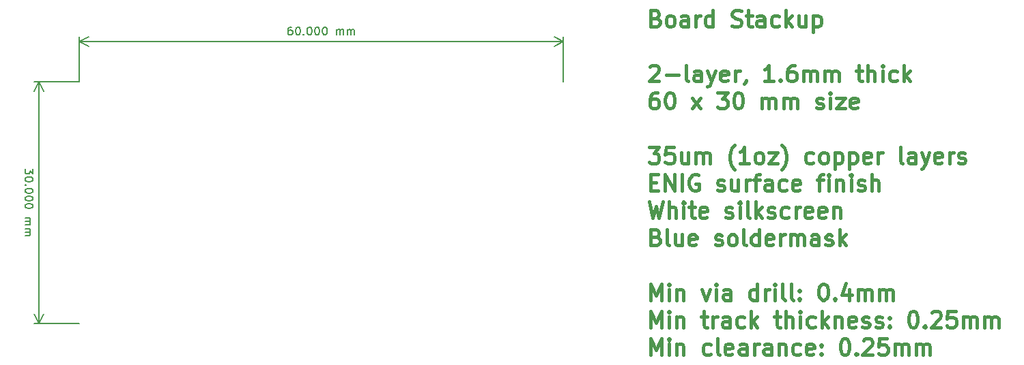
<source format=gbr>
G04 #@! TF.GenerationSoftware,KiCad,Pcbnew,(5.1.0-0)*
G04 #@! TF.CreationDate,2019-05-28T11:35:41+09:30*
G04 #@! TF.ProjectId,triax-loadwing,74726961-782d-46c6-9f61-6477696e672e,V1.0*
G04 #@! TF.SameCoordinates,Original*
G04 #@! TF.FileFunction,Other,Comment*
%FSLAX46Y46*%
G04 Gerber Fmt 4.6, Leading zero omitted, Abs format (unit mm)*
G04 Created by KiCad (PCBNEW (5.1.0-0)) date 2019-05-28 11:35:41*
%MOMM*%
%LPD*%
G04 APERTURE LIST*
%ADD10C,0.150000*%
%ADD11C,0.400000*%
G04 APERTURE END LIST*
D10*
X129247620Y-70809523D02*
X129247620Y-71428571D01*
X128866667Y-71095238D01*
X128866667Y-71238095D01*
X128819048Y-71333333D01*
X128771429Y-71380952D01*
X128676191Y-71428571D01*
X128438096Y-71428571D01*
X128342858Y-71380952D01*
X128295239Y-71333333D01*
X128247620Y-71238095D01*
X128247620Y-70952380D01*
X128295239Y-70857142D01*
X128342858Y-70809523D01*
X129247620Y-72047619D02*
X129247620Y-72142857D01*
X129200001Y-72238095D01*
X129152381Y-72285714D01*
X129057143Y-72333333D01*
X128866667Y-72380952D01*
X128628572Y-72380952D01*
X128438096Y-72333333D01*
X128342858Y-72285714D01*
X128295239Y-72238095D01*
X128247620Y-72142857D01*
X128247620Y-72047619D01*
X128295239Y-71952380D01*
X128342858Y-71904761D01*
X128438096Y-71857142D01*
X128628572Y-71809523D01*
X128866667Y-71809523D01*
X129057143Y-71857142D01*
X129152381Y-71904761D01*
X129200001Y-71952380D01*
X129247620Y-72047619D01*
X128342858Y-72809523D02*
X128295239Y-72857142D01*
X128247620Y-72809523D01*
X128295239Y-72761904D01*
X128342858Y-72809523D01*
X128247620Y-72809523D01*
X129247620Y-73476190D02*
X129247620Y-73571428D01*
X129200001Y-73666666D01*
X129152381Y-73714285D01*
X129057143Y-73761904D01*
X128866667Y-73809523D01*
X128628572Y-73809523D01*
X128438096Y-73761904D01*
X128342858Y-73714285D01*
X128295239Y-73666666D01*
X128247620Y-73571428D01*
X128247620Y-73476190D01*
X128295239Y-73380952D01*
X128342858Y-73333333D01*
X128438096Y-73285714D01*
X128628572Y-73238095D01*
X128866667Y-73238095D01*
X129057143Y-73285714D01*
X129152381Y-73333333D01*
X129200001Y-73380952D01*
X129247620Y-73476190D01*
X129247620Y-74428571D02*
X129247620Y-74523809D01*
X129200001Y-74619047D01*
X129152381Y-74666666D01*
X129057143Y-74714285D01*
X128866667Y-74761904D01*
X128628572Y-74761904D01*
X128438096Y-74714285D01*
X128342858Y-74666666D01*
X128295239Y-74619047D01*
X128247620Y-74523809D01*
X128247620Y-74428571D01*
X128295239Y-74333333D01*
X128342858Y-74285714D01*
X128438096Y-74238095D01*
X128628572Y-74190476D01*
X128866667Y-74190476D01*
X129057143Y-74238095D01*
X129152381Y-74285714D01*
X129200001Y-74333333D01*
X129247620Y-74428571D01*
X129247620Y-75380952D02*
X129247620Y-75476190D01*
X129200001Y-75571428D01*
X129152381Y-75619047D01*
X129057143Y-75666666D01*
X128866667Y-75714285D01*
X128628572Y-75714285D01*
X128438096Y-75666666D01*
X128342858Y-75619047D01*
X128295239Y-75571428D01*
X128247620Y-75476190D01*
X128247620Y-75380952D01*
X128295239Y-75285714D01*
X128342858Y-75238095D01*
X128438096Y-75190476D01*
X128628572Y-75142857D01*
X128866667Y-75142857D01*
X129057143Y-75190476D01*
X129152381Y-75238095D01*
X129200001Y-75285714D01*
X129247620Y-75380952D01*
X128247620Y-76904761D02*
X128914286Y-76904761D01*
X128819048Y-76904761D02*
X128866667Y-76952380D01*
X128914286Y-77047619D01*
X128914286Y-77190476D01*
X128866667Y-77285714D01*
X128771429Y-77333333D01*
X128247620Y-77333333D01*
X128771429Y-77333333D02*
X128866667Y-77380952D01*
X128914286Y-77476190D01*
X128914286Y-77619047D01*
X128866667Y-77714285D01*
X128771429Y-77761904D01*
X128247620Y-77761904D01*
X128247620Y-78238095D02*
X128914286Y-78238095D01*
X128819048Y-78238095D02*
X128866667Y-78285714D01*
X128914286Y-78380952D01*
X128914286Y-78523809D01*
X128866667Y-78619047D01*
X128771429Y-78666666D01*
X128247620Y-78666666D01*
X128771429Y-78666666D02*
X128866667Y-78714285D01*
X128914286Y-78809523D01*
X128914286Y-78952380D01*
X128866667Y-79047619D01*
X128771429Y-79095238D01*
X128247620Y-79095238D01*
X130000001Y-60000000D02*
X130000001Y-90000000D01*
X135000000Y-60000000D02*
X129413580Y-60000000D01*
X135000000Y-90000000D02*
X129413580Y-90000000D01*
X130000001Y-90000000D02*
X129413580Y-88873496D01*
X130000001Y-90000000D02*
X130586422Y-88873496D01*
X130000001Y-60000000D02*
X129413580Y-61126504D01*
X130000001Y-60000000D02*
X130586422Y-61126504D01*
X161333333Y-53152380D02*
X161142857Y-53152380D01*
X161047619Y-53200000D01*
X161000000Y-53247619D01*
X160904761Y-53390476D01*
X160857142Y-53580952D01*
X160857142Y-53961904D01*
X160904761Y-54057142D01*
X160952380Y-54104761D01*
X161047619Y-54152380D01*
X161238095Y-54152380D01*
X161333333Y-54104761D01*
X161380952Y-54057142D01*
X161428571Y-53961904D01*
X161428571Y-53723809D01*
X161380952Y-53628571D01*
X161333333Y-53580952D01*
X161238095Y-53533333D01*
X161047619Y-53533333D01*
X160952380Y-53580952D01*
X160904761Y-53628571D01*
X160857142Y-53723809D01*
X162047619Y-53152380D02*
X162142857Y-53152380D01*
X162238095Y-53200000D01*
X162285714Y-53247619D01*
X162333333Y-53342857D01*
X162380952Y-53533333D01*
X162380952Y-53771428D01*
X162333333Y-53961904D01*
X162285714Y-54057142D01*
X162238095Y-54104761D01*
X162142857Y-54152380D01*
X162047619Y-54152380D01*
X161952380Y-54104761D01*
X161904761Y-54057142D01*
X161857142Y-53961904D01*
X161809523Y-53771428D01*
X161809523Y-53533333D01*
X161857142Y-53342857D01*
X161904761Y-53247619D01*
X161952380Y-53200000D01*
X162047619Y-53152380D01*
X162809523Y-54057142D02*
X162857142Y-54104761D01*
X162809523Y-54152380D01*
X162761904Y-54104761D01*
X162809523Y-54057142D01*
X162809523Y-54152380D01*
X163476190Y-53152380D02*
X163571428Y-53152380D01*
X163666666Y-53200000D01*
X163714285Y-53247619D01*
X163761904Y-53342857D01*
X163809523Y-53533333D01*
X163809523Y-53771428D01*
X163761904Y-53961904D01*
X163714285Y-54057142D01*
X163666666Y-54104761D01*
X163571428Y-54152380D01*
X163476190Y-54152380D01*
X163380952Y-54104761D01*
X163333333Y-54057142D01*
X163285714Y-53961904D01*
X163238095Y-53771428D01*
X163238095Y-53533333D01*
X163285714Y-53342857D01*
X163333333Y-53247619D01*
X163380952Y-53200000D01*
X163476190Y-53152380D01*
X164428571Y-53152380D02*
X164523809Y-53152380D01*
X164619047Y-53200000D01*
X164666666Y-53247619D01*
X164714285Y-53342857D01*
X164761904Y-53533333D01*
X164761904Y-53771428D01*
X164714285Y-53961904D01*
X164666666Y-54057142D01*
X164619047Y-54104761D01*
X164523809Y-54152380D01*
X164428571Y-54152380D01*
X164333333Y-54104761D01*
X164285714Y-54057142D01*
X164238095Y-53961904D01*
X164190476Y-53771428D01*
X164190476Y-53533333D01*
X164238095Y-53342857D01*
X164285714Y-53247619D01*
X164333333Y-53200000D01*
X164428571Y-53152380D01*
X165380952Y-53152380D02*
X165476190Y-53152380D01*
X165571428Y-53200000D01*
X165619047Y-53247619D01*
X165666666Y-53342857D01*
X165714285Y-53533333D01*
X165714285Y-53771428D01*
X165666666Y-53961904D01*
X165619047Y-54057142D01*
X165571428Y-54104761D01*
X165476190Y-54152380D01*
X165380952Y-54152380D01*
X165285714Y-54104761D01*
X165238095Y-54057142D01*
X165190476Y-53961904D01*
X165142857Y-53771428D01*
X165142857Y-53533333D01*
X165190476Y-53342857D01*
X165238095Y-53247619D01*
X165285714Y-53200000D01*
X165380952Y-53152380D01*
X166904761Y-54152380D02*
X166904761Y-53485714D01*
X166904761Y-53580952D02*
X166952380Y-53533333D01*
X167047619Y-53485714D01*
X167190476Y-53485714D01*
X167285714Y-53533333D01*
X167333333Y-53628571D01*
X167333333Y-54152380D01*
X167333333Y-53628571D02*
X167380952Y-53533333D01*
X167476190Y-53485714D01*
X167619047Y-53485714D01*
X167714285Y-53533333D01*
X167761904Y-53628571D01*
X167761904Y-54152380D01*
X168238095Y-54152380D02*
X168238095Y-53485714D01*
X168238095Y-53580952D02*
X168285714Y-53533333D01*
X168380952Y-53485714D01*
X168523809Y-53485714D01*
X168619047Y-53533333D01*
X168666666Y-53628571D01*
X168666666Y-54152380D01*
X168666666Y-53628571D02*
X168714285Y-53533333D01*
X168809523Y-53485714D01*
X168952380Y-53485714D01*
X169047619Y-53533333D01*
X169095238Y-53628571D01*
X169095238Y-54152380D01*
X135000000Y-55000000D02*
X195000000Y-55000000D01*
X135000000Y-60000000D02*
X135000000Y-54413579D01*
X195000000Y-60000000D02*
X195000000Y-54413579D01*
X195000000Y-55000000D02*
X193873496Y-55586421D01*
X195000000Y-55000000D02*
X193873496Y-54413579D01*
X135000000Y-55000000D02*
X136126504Y-55586421D01*
X135000000Y-55000000D02*
X136126504Y-54413579D01*
D11*
X206502857Y-52057142D02*
X206788571Y-52152380D01*
X206883809Y-52247619D01*
X206979047Y-52438095D01*
X206979047Y-52723809D01*
X206883809Y-52914285D01*
X206788571Y-53009523D01*
X206598095Y-53104761D01*
X205836190Y-53104761D01*
X205836190Y-51104761D01*
X206502857Y-51104761D01*
X206693333Y-51200000D01*
X206788571Y-51295238D01*
X206883809Y-51485714D01*
X206883809Y-51676190D01*
X206788571Y-51866666D01*
X206693333Y-51961904D01*
X206502857Y-52057142D01*
X205836190Y-52057142D01*
X208121904Y-53104761D02*
X207931428Y-53009523D01*
X207836190Y-52914285D01*
X207740952Y-52723809D01*
X207740952Y-52152380D01*
X207836190Y-51961904D01*
X207931428Y-51866666D01*
X208121904Y-51771428D01*
X208407619Y-51771428D01*
X208598095Y-51866666D01*
X208693333Y-51961904D01*
X208788571Y-52152380D01*
X208788571Y-52723809D01*
X208693333Y-52914285D01*
X208598095Y-53009523D01*
X208407619Y-53104761D01*
X208121904Y-53104761D01*
X210502857Y-53104761D02*
X210502857Y-52057142D01*
X210407619Y-51866666D01*
X210217142Y-51771428D01*
X209836190Y-51771428D01*
X209645714Y-51866666D01*
X210502857Y-53009523D02*
X210312380Y-53104761D01*
X209836190Y-53104761D01*
X209645714Y-53009523D01*
X209550476Y-52819047D01*
X209550476Y-52628571D01*
X209645714Y-52438095D01*
X209836190Y-52342857D01*
X210312380Y-52342857D01*
X210502857Y-52247619D01*
X211455238Y-53104761D02*
X211455238Y-51771428D01*
X211455238Y-52152380D02*
X211550476Y-51961904D01*
X211645714Y-51866666D01*
X211836190Y-51771428D01*
X212026666Y-51771428D01*
X213550476Y-53104761D02*
X213550476Y-51104761D01*
X213550476Y-53009523D02*
X213360000Y-53104761D01*
X212979047Y-53104761D01*
X212788571Y-53009523D01*
X212693333Y-52914285D01*
X212598095Y-52723809D01*
X212598095Y-52152380D01*
X212693333Y-51961904D01*
X212788571Y-51866666D01*
X212979047Y-51771428D01*
X213360000Y-51771428D01*
X213550476Y-51866666D01*
X215931428Y-53009523D02*
X216217142Y-53104761D01*
X216693333Y-53104761D01*
X216883809Y-53009523D01*
X216979047Y-52914285D01*
X217074285Y-52723809D01*
X217074285Y-52533333D01*
X216979047Y-52342857D01*
X216883809Y-52247619D01*
X216693333Y-52152380D01*
X216312380Y-52057142D01*
X216121904Y-51961904D01*
X216026666Y-51866666D01*
X215931428Y-51676190D01*
X215931428Y-51485714D01*
X216026666Y-51295238D01*
X216121904Y-51200000D01*
X216312380Y-51104761D01*
X216788571Y-51104761D01*
X217074285Y-51200000D01*
X217645714Y-51771428D02*
X218407619Y-51771428D01*
X217931428Y-51104761D02*
X217931428Y-52819047D01*
X218026666Y-53009523D01*
X218217142Y-53104761D01*
X218407619Y-53104761D01*
X219931428Y-53104761D02*
X219931428Y-52057142D01*
X219836190Y-51866666D01*
X219645714Y-51771428D01*
X219264761Y-51771428D01*
X219074285Y-51866666D01*
X219931428Y-53009523D02*
X219740952Y-53104761D01*
X219264761Y-53104761D01*
X219074285Y-53009523D01*
X218979047Y-52819047D01*
X218979047Y-52628571D01*
X219074285Y-52438095D01*
X219264761Y-52342857D01*
X219740952Y-52342857D01*
X219931428Y-52247619D01*
X221740952Y-53009523D02*
X221550476Y-53104761D01*
X221169523Y-53104761D01*
X220979047Y-53009523D01*
X220883809Y-52914285D01*
X220788571Y-52723809D01*
X220788571Y-52152380D01*
X220883809Y-51961904D01*
X220979047Y-51866666D01*
X221169523Y-51771428D01*
X221550476Y-51771428D01*
X221740952Y-51866666D01*
X222598095Y-53104761D02*
X222598095Y-51104761D01*
X222788571Y-52342857D02*
X223360000Y-53104761D01*
X223360000Y-51771428D02*
X222598095Y-52533333D01*
X225074285Y-51771428D02*
X225074285Y-53104761D01*
X224217142Y-51771428D02*
X224217142Y-52819047D01*
X224312380Y-53009523D01*
X224502857Y-53104761D01*
X224788571Y-53104761D01*
X224979047Y-53009523D01*
X225074285Y-52914285D01*
X226026666Y-51771428D02*
X226026666Y-53771428D01*
X226026666Y-51866666D02*
X226217142Y-51771428D01*
X226598095Y-51771428D01*
X226788571Y-51866666D01*
X226883809Y-51961904D01*
X226979047Y-52152380D01*
X226979047Y-52723809D01*
X226883809Y-52914285D01*
X226788571Y-53009523D01*
X226598095Y-53104761D01*
X226217142Y-53104761D01*
X226026666Y-53009523D01*
X205740952Y-58095238D02*
X205836190Y-58000000D01*
X206026666Y-57904761D01*
X206502857Y-57904761D01*
X206693333Y-58000000D01*
X206788571Y-58095238D01*
X206883809Y-58285714D01*
X206883809Y-58476190D01*
X206788571Y-58761904D01*
X205645714Y-59904761D01*
X206883809Y-59904761D01*
X207740952Y-59142857D02*
X209264761Y-59142857D01*
X210502857Y-59904761D02*
X210312380Y-59809523D01*
X210217142Y-59619047D01*
X210217142Y-57904761D01*
X212121904Y-59904761D02*
X212121904Y-58857142D01*
X212026666Y-58666666D01*
X211836190Y-58571428D01*
X211455238Y-58571428D01*
X211264761Y-58666666D01*
X212121904Y-59809523D02*
X211931428Y-59904761D01*
X211455238Y-59904761D01*
X211264761Y-59809523D01*
X211169523Y-59619047D01*
X211169523Y-59428571D01*
X211264761Y-59238095D01*
X211455238Y-59142857D01*
X211931428Y-59142857D01*
X212121904Y-59047619D01*
X212883809Y-58571428D02*
X213360000Y-59904761D01*
X213836190Y-58571428D02*
X213360000Y-59904761D01*
X213169523Y-60380952D01*
X213074285Y-60476190D01*
X212883809Y-60571428D01*
X215360000Y-59809523D02*
X215169523Y-59904761D01*
X214788571Y-59904761D01*
X214598095Y-59809523D01*
X214502857Y-59619047D01*
X214502857Y-58857142D01*
X214598095Y-58666666D01*
X214788571Y-58571428D01*
X215169523Y-58571428D01*
X215360000Y-58666666D01*
X215455238Y-58857142D01*
X215455238Y-59047619D01*
X214502857Y-59238095D01*
X216312380Y-59904761D02*
X216312380Y-58571428D01*
X216312380Y-58952380D02*
X216407619Y-58761904D01*
X216502857Y-58666666D01*
X216693333Y-58571428D01*
X216883809Y-58571428D01*
X217645714Y-59809523D02*
X217645714Y-59904761D01*
X217550476Y-60095238D01*
X217455238Y-60190476D01*
X221074285Y-59904761D02*
X219931428Y-59904761D01*
X220502857Y-59904761D02*
X220502857Y-57904761D01*
X220312380Y-58190476D01*
X220121904Y-58380952D01*
X219931428Y-58476190D01*
X221931428Y-59714285D02*
X222026666Y-59809523D01*
X221931428Y-59904761D01*
X221836190Y-59809523D01*
X221931428Y-59714285D01*
X221931428Y-59904761D01*
X223740952Y-57904761D02*
X223360000Y-57904761D01*
X223169523Y-58000000D01*
X223074285Y-58095238D01*
X222883809Y-58380952D01*
X222788571Y-58761904D01*
X222788571Y-59523809D01*
X222883809Y-59714285D01*
X222979047Y-59809523D01*
X223169523Y-59904761D01*
X223550476Y-59904761D01*
X223740952Y-59809523D01*
X223836190Y-59714285D01*
X223931428Y-59523809D01*
X223931428Y-59047619D01*
X223836190Y-58857142D01*
X223740952Y-58761904D01*
X223550476Y-58666666D01*
X223169523Y-58666666D01*
X222979047Y-58761904D01*
X222883809Y-58857142D01*
X222788571Y-59047619D01*
X224788571Y-59904761D02*
X224788571Y-58571428D01*
X224788571Y-58761904D02*
X224883809Y-58666666D01*
X225074285Y-58571428D01*
X225360000Y-58571428D01*
X225550476Y-58666666D01*
X225645714Y-58857142D01*
X225645714Y-59904761D01*
X225645714Y-58857142D02*
X225740952Y-58666666D01*
X225931428Y-58571428D01*
X226217142Y-58571428D01*
X226407619Y-58666666D01*
X226502857Y-58857142D01*
X226502857Y-59904761D01*
X227455238Y-59904761D02*
X227455238Y-58571428D01*
X227455238Y-58761904D02*
X227550476Y-58666666D01*
X227740952Y-58571428D01*
X228026666Y-58571428D01*
X228217142Y-58666666D01*
X228312380Y-58857142D01*
X228312380Y-59904761D01*
X228312380Y-58857142D02*
X228407619Y-58666666D01*
X228598095Y-58571428D01*
X228883809Y-58571428D01*
X229074285Y-58666666D01*
X229169523Y-58857142D01*
X229169523Y-59904761D01*
X231360000Y-58571428D02*
X232121904Y-58571428D01*
X231645714Y-57904761D02*
X231645714Y-59619047D01*
X231740952Y-59809523D01*
X231931428Y-59904761D01*
X232121904Y-59904761D01*
X232788571Y-59904761D02*
X232788571Y-57904761D01*
X233645714Y-59904761D02*
X233645714Y-58857142D01*
X233550476Y-58666666D01*
X233360000Y-58571428D01*
X233074285Y-58571428D01*
X232883809Y-58666666D01*
X232788571Y-58761904D01*
X234598095Y-59904761D02*
X234598095Y-58571428D01*
X234598095Y-57904761D02*
X234502857Y-58000000D01*
X234598095Y-58095238D01*
X234693333Y-58000000D01*
X234598095Y-57904761D01*
X234598095Y-58095238D01*
X236407619Y-59809523D02*
X236217142Y-59904761D01*
X235836190Y-59904761D01*
X235645714Y-59809523D01*
X235550476Y-59714285D01*
X235455238Y-59523809D01*
X235455238Y-58952380D01*
X235550476Y-58761904D01*
X235645714Y-58666666D01*
X235836190Y-58571428D01*
X236217142Y-58571428D01*
X236407619Y-58666666D01*
X237264761Y-59904761D02*
X237264761Y-57904761D01*
X237455238Y-59142857D02*
X238026666Y-59904761D01*
X238026666Y-58571428D02*
X237264761Y-59333333D01*
X206693333Y-61304761D02*
X206312380Y-61304761D01*
X206121904Y-61400000D01*
X206026666Y-61495238D01*
X205836190Y-61780952D01*
X205740952Y-62161904D01*
X205740952Y-62923809D01*
X205836190Y-63114285D01*
X205931428Y-63209523D01*
X206121904Y-63304761D01*
X206502857Y-63304761D01*
X206693333Y-63209523D01*
X206788571Y-63114285D01*
X206883809Y-62923809D01*
X206883809Y-62447619D01*
X206788571Y-62257142D01*
X206693333Y-62161904D01*
X206502857Y-62066666D01*
X206121904Y-62066666D01*
X205931428Y-62161904D01*
X205836190Y-62257142D01*
X205740952Y-62447619D01*
X208121904Y-61304761D02*
X208312380Y-61304761D01*
X208502857Y-61400000D01*
X208598095Y-61495238D01*
X208693333Y-61685714D01*
X208788571Y-62066666D01*
X208788571Y-62542857D01*
X208693333Y-62923809D01*
X208598095Y-63114285D01*
X208502857Y-63209523D01*
X208312380Y-63304761D01*
X208121904Y-63304761D01*
X207931428Y-63209523D01*
X207836190Y-63114285D01*
X207740952Y-62923809D01*
X207645714Y-62542857D01*
X207645714Y-62066666D01*
X207740952Y-61685714D01*
X207836190Y-61495238D01*
X207931428Y-61400000D01*
X208121904Y-61304761D01*
X210979047Y-63304761D02*
X212026666Y-61971428D01*
X210979047Y-61971428D02*
X212026666Y-63304761D01*
X214121904Y-61304761D02*
X215360000Y-61304761D01*
X214693333Y-62066666D01*
X214979047Y-62066666D01*
X215169523Y-62161904D01*
X215264761Y-62257142D01*
X215360000Y-62447619D01*
X215360000Y-62923809D01*
X215264761Y-63114285D01*
X215169523Y-63209523D01*
X214979047Y-63304761D01*
X214407619Y-63304761D01*
X214217142Y-63209523D01*
X214121904Y-63114285D01*
X216598095Y-61304761D02*
X216788571Y-61304761D01*
X216979047Y-61400000D01*
X217074285Y-61495238D01*
X217169523Y-61685714D01*
X217264761Y-62066666D01*
X217264761Y-62542857D01*
X217169523Y-62923809D01*
X217074285Y-63114285D01*
X216979047Y-63209523D01*
X216788571Y-63304761D01*
X216598095Y-63304761D01*
X216407619Y-63209523D01*
X216312380Y-63114285D01*
X216217142Y-62923809D01*
X216121904Y-62542857D01*
X216121904Y-62066666D01*
X216217142Y-61685714D01*
X216312380Y-61495238D01*
X216407619Y-61400000D01*
X216598095Y-61304761D01*
X219645714Y-63304761D02*
X219645714Y-61971428D01*
X219645714Y-62161904D02*
X219740952Y-62066666D01*
X219931428Y-61971428D01*
X220217142Y-61971428D01*
X220407619Y-62066666D01*
X220502857Y-62257142D01*
X220502857Y-63304761D01*
X220502857Y-62257142D02*
X220598095Y-62066666D01*
X220788571Y-61971428D01*
X221074285Y-61971428D01*
X221264761Y-62066666D01*
X221360000Y-62257142D01*
X221360000Y-63304761D01*
X222312380Y-63304761D02*
X222312380Y-61971428D01*
X222312380Y-62161904D02*
X222407619Y-62066666D01*
X222598095Y-61971428D01*
X222883809Y-61971428D01*
X223074285Y-62066666D01*
X223169523Y-62257142D01*
X223169523Y-63304761D01*
X223169523Y-62257142D02*
X223264761Y-62066666D01*
X223455238Y-61971428D01*
X223740952Y-61971428D01*
X223931428Y-62066666D01*
X224026666Y-62257142D01*
X224026666Y-63304761D01*
X226407619Y-63209523D02*
X226598095Y-63304761D01*
X226979047Y-63304761D01*
X227169523Y-63209523D01*
X227264761Y-63019047D01*
X227264761Y-62923809D01*
X227169523Y-62733333D01*
X226979047Y-62638095D01*
X226693333Y-62638095D01*
X226502857Y-62542857D01*
X226407619Y-62352380D01*
X226407619Y-62257142D01*
X226502857Y-62066666D01*
X226693333Y-61971428D01*
X226979047Y-61971428D01*
X227169523Y-62066666D01*
X228121904Y-63304761D02*
X228121904Y-61971428D01*
X228121904Y-61304761D02*
X228026666Y-61400000D01*
X228121904Y-61495238D01*
X228217142Y-61400000D01*
X228121904Y-61304761D01*
X228121904Y-61495238D01*
X228883809Y-61971428D02*
X229931428Y-61971428D01*
X228883809Y-63304761D01*
X229931428Y-63304761D01*
X231455238Y-63209523D02*
X231264761Y-63304761D01*
X230883809Y-63304761D01*
X230693333Y-63209523D01*
X230598095Y-63019047D01*
X230598095Y-62257142D01*
X230693333Y-62066666D01*
X230883809Y-61971428D01*
X231264761Y-61971428D01*
X231455238Y-62066666D01*
X231550476Y-62257142D01*
X231550476Y-62447619D01*
X230598095Y-62638095D01*
X205645714Y-68104761D02*
X206883809Y-68104761D01*
X206217142Y-68866666D01*
X206502857Y-68866666D01*
X206693333Y-68961904D01*
X206788571Y-69057142D01*
X206883809Y-69247619D01*
X206883809Y-69723809D01*
X206788571Y-69914285D01*
X206693333Y-70009523D01*
X206502857Y-70104761D01*
X205931428Y-70104761D01*
X205740952Y-70009523D01*
X205645714Y-69914285D01*
X208693333Y-68104761D02*
X207740952Y-68104761D01*
X207645714Y-69057142D01*
X207740952Y-68961904D01*
X207931428Y-68866666D01*
X208407619Y-68866666D01*
X208598095Y-68961904D01*
X208693333Y-69057142D01*
X208788571Y-69247619D01*
X208788571Y-69723809D01*
X208693333Y-69914285D01*
X208598095Y-70009523D01*
X208407619Y-70104761D01*
X207931428Y-70104761D01*
X207740952Y-70009523D01*
X207645714Y-69914285D01*
X210502857Y-68771428D02*
X210502857Y-70104761D01*
X209645714Y-68771428D02*
X209645714Y-69819047D01*
X209740952Y-70009523D01*
X209931428Y-70104761D01*
X210217142Y-70104761D01*
X210407619Y-70009523D01*
X210502857Y-69914285D01*
X211455238Y-70104761D02*
X211455238Y-68771428D01*
X211455238Y-68961904D02*
X211550476Y-68866666D01*
X211740952Y-68771428D01*
X212026666Y-68771428D01*
X212217142Y-68866666D01*
X212312380Y-69057142D01*
X212312380Y-70104761D01*
X212312380Y-69057142D02*
X212407619Y-68866666D01*
X212598095Y-68771428D01*
X212883809Y-68771428D01*
X213074285Y-68866666D01*
X213169523Y-69057142D01*
X213169523Y-70104761D01*
X216217142Y-70866666D02*
X216121904Y-70771428D01*
X215931428Y-70485714D01*
X215836190Y-70295238D01*
X215740952Y-70009523D01*
X215645714Y-69533333D01*
X215645714Y-69152380D01*
X215740952Y-68676190D01*
X215836190Y-68390476D01*
X215931428Y-68200000D01*
X216121904Y-67914285D01*
X216217142Y-67819047D01*
X218026666Y-70104761D02*
X216883809Y-70104761D01*
X217455238Y-70104761D02*
X217455238Y-68104761D01*
X217264761Y-68390476D01*
X217074285Y-68580952D01*
X216883809Y-68676190D01*
X219169523Y-70104761D02*
X218979047Y-70009523D01*
X218883809Y-69914285D01*
X218788571Y-69723809D01*
X218788571Y-69152380D01*
X218883809Y-68961904D01*
X218979047Y-68866666D01*
X219169523Y-68771428D01*
X219455238Y-68771428D01*
X219645714Y-68866666D01*
X219740952Y-68961904D01*
X219836190Y-69152380D01*
X219836190Y-69723809D01*
X219740952Y-69914285D01*
X219645714Y-70009523D01*
X219455238Y-70104761D01*
X219169523Y-70104761D01*
X220502857Y-68771428D02*
X221550476Y-68771428D01*
X220502857Y-70104761D01*
X221550476Y-70104761D01*
X222121904Y-70866666D02*
X222217142Y-70771428D01*
X222407619Y-70485714D01*
X222502857Y-70295238D01*
X222598095Y-70009523D01*
X222693333Y-69533333D01*
X222693333Y-69152380D01*
X222598095Y-68676190D01*
X222502857Y-68390476D01*
X222407619Y-68200000D01*
X222217142Y-67914285D01*
X222121904Y-67819047D01*
X226026666Y-70009523D02*
X225836190Y-70104761D01*
X225455238Y-70104761D01*
X225264761Y-70009523D01*
X225169523Y-69914285D01*
X225074285Y-69723809D01*
X225074285Y-69152380D01*
X225169523Y-68961904D01*
X225264761Y-68866666D01*
X225455238Y-68771428D01*
X225836190Y-68771428D01*
X226026666Y-68866666D01*
X227169523Y-70104761D02*
X226979047Y-70009523D01*
X226883809Y-69914285D01*
X226788571Y-69723809D01*
X226788571Y-69152380D01*
X226883809Y-68961904D01*
X226979047Y-68866666D01*
X227169523Y-68771428D01*
X227455238Y-68771428D01*
X227645714Y-68866666D01*
X227740952Y-68961904D01*
X227836190Y-69152380D01*
X227836190Y-69723809D01*
X227740952Y-69914285D01*
X227645714Y-70009523D01*
X227455238Y-70104761D01*
X227169523Y-70104761D01*
X228693333Y-68771428D02*
X228693333Y-70771428D01*
X228693333Y-68866666D02*
X228883809Y-68771428D01*
X229264761Y-68771428D01*
X229455238Y-68866666D01*
X229550476Y-68961904D01*
X229645714Y-69152380D01*
X229645714Y-69723809D01*
X229550476Y-69914285D01*
X229455238Y-70009523D01*
X229264761Y-70104761D01*
X228883809Y-70104761D01*
X228693333Y-70009523D01*
X230502857Y-68771428D02*
X230502857Y-70771428D01*
X230502857Y-68866666D02*
X230693333Y-68771428D01*
X231074285Y-68771428D01*
X231264761Y-68866666D01*
X231360000Y-68961904D01*
X231455238Y-69152380D01*
X231455238Y-69723809D01*
X231360000Y-69914285D01*
X231264761Y-70009523D01*
X231074285Y-70104761D01*
X230693333Y-70104761D01*
X230502857Y-70009523D01*
X233074285Y-70009523D02*
X232883809Y-70104761D01*
X232502857Y-70104761D01*
X232312380Y-70009523D01*
X232217142Y-69819047D01*
X232217142Y-69057142D01*
X232312380Y-68866666D01*
X232502857Y-68771428D01*
X232883809Y-68771428D01*
X233074285Y-68866666D01*
X233169523Y-69057142D01*
X233169523Y-69247619D01*
X232217142Y-69438095D01*
X234026666Y-70104761D02*
X234026666Y-68771428D01*
X234026666Y-69152380D02*
X234121904Y-68961904D01*
X234217142Y-68866666D01*
X234407619Y-68771428D01*
X234598095Y-68771428D01*
X237074285Y-70104761D02*
X236883809Y-70009523D01*
X236788571Y-69819047D01*
X236788571Y-68104761D01*
X238693333Y-70104761D02*
X238693333Y-69057142D01*
X238598095Y-68866666D01*
X238407619Y-68771428D01*
X238026666Y-68771428D01*
X237836190Y-68866666D01*
X238693333Y-70009523D02*
X238502857Y-70104761D01*
X238026666Y-70104761D01*
X237836190Y-70009523D01*
X237740952Y-69819047D01*
X237740952Y-69628571D01*
X237836190Y-69438095D01*
X238026666Y-69342857D01*
X238502857Y-69342857D01*
X238693333Y-69247619D01*
X239455238Y-68771428D02*
X239931428Y-70104761D01*
X240407619Y-68771428D02*
X239931428Y-70104761D01*
X239740952Y-70580952D01*
X239645714Y-70676190D01*
X239455238Y-70771428D01*
X241931428Y-70009523D02*
X241740952Y-70104761D01*
X241360000Y-70104761D01*
X241169523Y-70009523D01*
X241074285Y-69819047D01*
X241074285Y-69057142D01*
X241169523Y-68866666D01*
X241360000Y-68771428D01*
X241740952Y-68771428D01*
X241931428Y-68866666D01*
X242026666Y-69057142D01*
X242026666Y-69247619D01*
X241074285Y-69438095D01*
X242883809Y-70104761D02*
X242883809Y-68771428D01*
X242883809Y-69152380D02*
X242979047Y-68961904D01*
X243074285Y-68866666D01*
X243264761Y-68771428D01*
X243455238Y-68771428D01*
X244026666Y-70009523D02*
X244217142Y-70104761D01*
X244598095Y-70104761D01*
X244788571Y-70009523D01*
X244883809Y-69819047D01*
X244883809Y-69723809D01*
X244788571Y-69533333D01*
X244598095Y-69438095D01*
X244312380Y-69438095D01*
X244121904Y-69342857D01*
X244026666Y-69152380D01*
X244026666Y-69057142D01*
X244121904Y-68866666D01*
X244312380Y-68771428D01*
X244598095Y-68771428D01*
X244788571Y-68866666D01*
X205836190Y-72457142D02*
X206502857Y-72457142D01*
X206788571Y-73504761D02*
X205836190Y-73504761D01*
X205836190Y-71504761D01*
X206788571Y-71504761D01*
X207645714Y-73504761D02*
X207645714Y-71504761D01*
X208788571Y-73504761D01*
X208788571Y-71504761D01*
X209740952Y-73504761D02*
X209740952Y-71504761D01*
X211740952Y-71600000D02*
X211550476Y-71504761D01*
X211264761Y-71504761D01*
X210979047Y-71600000D01*
X210788571Y-71790476D01*
X210693333Y-71980952D01*
X210598095Y-72361904D01*
X210598095Y-72647619D01*
X210693333Y-73028571D01*
X210788571Y-73219047D01*
X210979047Y-73409523D01*
X211264761Y-73504761D01*
X211455238Y-73504761D01*
X211740952Y-73409523D01*
X211836190Y-73314285D01*
X211836190Y-72647619D01*
X211455238Y-72647619D01*
X214121904Y-73409523D02*
X214312380Y-73504761D01*
X214693333Y-73504761D01*
X214883809Y-73409523D01*
X214979047Y-73219047D01*
X214979047Y-73123809D01*
X214883809Y-72933333D01*
X214693333Y-72838095D01*
X214407619Y-72838095D01*
X214217142Y-72742857D01*
X214121904Y-72552380D01*
X214121904Y-72457142D01*
X214217142Y-72266666D01*
X214407619Y-72171428D01*
X214693333Y-72171428D01*
X214883809Y-72266666D01*
X216693333Y-72171428D02*
X216693333Y-73504761D01*
X215836190Y-72171428D02*
X215836190Y-73219047D01*
X215931428Y-73409523D01*
X216121904Y-73504761D01*
X216407619Y-73504761D01*
X216598095Y-73409523D01*
X216693333Y-73314285D01*
X217645714Y-73504761D02*
X217645714Y-72171428D01*
X217645714Y-72552380D02*
X217740952Y-72361904D01*
X217836190Y-72266666D01*
X218026666Y-72171428D01*
X218217142Y-72171428D01*
X218598095Y-72171428D02*
X219360000Y-72171428D01*
X218883809Y-73504761D02*
X218883809Y-71790476D01*
X218979047Y-71600000D01*
X219169523Y-71504761D01*
X219360000Y-71504761D01*
X220883809Y-73504761D02*
X220883809Y-72457142D01*
X220788571Y-72266666D01*
X220598095Y-72171428D01*
X220217142Y-72171428D01*
X220026666Y-72266666D01*
X220883809Y-73409523D02*
X220693333Y-73504761D01*
X220217142Y-73504761D01*
X220026666Y-73409523D01*
X219931428Y-73219047D01*
X219931428Y-73028571D01*
X220026666Y-72838095D01*
X220217142Y-72742857D01*
X220693333Y-72742857D01*
X220883809Y-72647619D01*
X222693333Y-73409523D02*
X222502857Y-73504761D01*
X222121904Y-73504761D01*
X221931428Y-73409523D01*
X221836190Y-73314285D01*
X221740952Y-73123809D01*
X221740952Y-72552380D01*
X221836190Y-72361904D01*
X221931428Y-72266666D01*
X222121904Y-72171428D01*
X222502857Y-72171428D01*
X222693333Y-72266666D01*
X224312380Y-73409523D02*
X224121904Y-73504761D01*
X223740952Y-73504761D01*
X223550476Y-73409523D01*
X223455238Y-73219047D01*
X223455238Y-72457142D01*
X223550476Y-72266666D01*
X223740952Y-72171428D01*
X224121904Y-72171428D01*
X224312380Y-72266666D01*
X224407619Y-72457142D01*
X224407619Y-72647619D01*
X223455238Y-72838095D01*
X226502857Y-72171428D02*
X227264761Y-72171428D01*
X226788571Y-73504761D02*
X226788571Y-71790476D01*
X226883809Y-71600000D01*
X227074285Y-71504761D01*
X227264761Y-71504761D01*
X227931428Y-73504761D02*
X227931428Y-72171428D01*
X227931428Y-71504761D02*
X227836190Y-71600000D01*
X227931428Y-71695238D01*
X228026666Y-71600000D01*
X227931428Y-71504761D01*
X227931428Y-71695238D01*
X228883809Y-72171428D02*
X228883809Y-73504761D01*
X228883809Y-72361904D02*
X228979047Y-72266666D01*
X229169523Y-72171428D01*
X229455238Y-72171428D01*
X229645714Y-72266666D01*
X229740952Y-72457142D01*
X229740952Y-73504761D01*
X230693333Y-73504761D02*
X230693333Y-72171428D01*
X230693333Y-71504761D02*
X230598095Y-71600000D01*
X230693333Y-71695238D01*
X230788571Y-71600000D01*
X230693333Y-71504761D01*
X230693333Y-71695238D01*
X231550476Y-73409523D02*
X231740952Y-73504761D01*
X232121904Y-73504761D01*
X232312380Y-73409523D01*
X232407619Y-73219047D01*
X232407619Y-73123809D01*
X232312380Y-72933333D01*
X232121904Y-72838095D01*
X231836190Y-72838095D01*
X231645714Y-72742857D01*
X231550476Y-72552380D01*
X231550476Y-72457142D01*
X231645714Y-72266666D01*
X231836190Y-72171428D01*
X232121904Y-72171428D01*
X232312380Y-72266666D01*
X233264761Y-73504761D02*
X233264761Y-71504761D01*
X234121904Y-73504761D02*
X234121904Y-72457142D01*
X234026666Y-72266666D01*
X233836190Y-72171428D01*
X233550476Y-72171428D01*
X233360000Y-72266666D01*
X233264761Y-72361904D01*
X205645714Y-74904761D02*
X206121904Y-76904761D01*
X206502857Y-75476190D01*
X206883809Y-76904761D01*
X207360000Y-74904761D01*
X208121904Y-76904761D02*
X208121904Y-74904761D01*
X208979047Y-76904761D02*
X208979047Y-75857142D01*
X208883809Y-75666666D01*
X208693333Y-75571428D01*
X208407619Y-75571428D01*
X208217142Y-75666666D01*
X208121904Y-75761904D01*
X209931428Y-76904761D02*
X209931428Y-75571428D01*
X209931428Y-74904761D02*
X209836190Y-75000000D01*
X209931428Y-75095238D01*
X210026666Y-75000000D01*
X209931428Y-74904761D01*
X209931428Y-75095238D01*
X210598095Y-75571428D02*
X211360000Y-75571428D01*
X210883809Y-74904761D02*
X210883809Y-76619047D01*
X210979047Y-76809523D01*
X211169523Y-76904761D01*
X211360000Y-76904761D01*
X212788571Y-76809523D02*
X212598095Y-76904761D01*
X212217142Y-76904761D01*
X212026666Y-76809523D01*
X211931428Y-76619047D01*
X211931428Y-75857142D01*
X212026666Y-75666666D01*
X212217142Y-75571428D01*
X212598095Y-75571428D01*
X212788571Y-75666666D01*
X212883809Y-75857142D01*
X212883809Y-76047619D01*
X211931428Y-76238095D01*
X215169523Y-76809523D02*
X215360000Y-76904761D01*
X215740952Y-76904761D01*
X215931428Y-76809523D01*
X216026666Y-76619047D01*
X216026666Y-76523809D01*
X215931428Y-76333333D01*
X215740952Y-76238095D01*
X215455238Y-76238095D01*
X215264761Y-76142857D01*
X215169523Y-75952380D01*
X215169523Y-75857142D01*
X215264761Y-75666666D01*
X215455238Y-75571428D01*
X215740952Y-75571428D01*
X215931428Y-75666666D01*
X216883809Y-76904761D02*
X216883809Y-75571428D01*
X216883809Y-74904761D02*
X216788571Y-75000000D01*
X216883809Y-75095238D01*
X216979047Y-75000000D01*
X216883809Y-74904761D01*
X216883809Y-75095238D01*
X218121904Y-76904761D02*
X217931428Y-76809523D01*
X217836190Y-76619047D01*
X217836190Y-74904761D01*
X218883809Y-76904761D02*
X218883809Y-74904761D01*
X219074285Y-76142857D02*
X219645714Y-76904761D01*
X219645714Y-75571428D02*
X218883809Y-76333333D01*
X220407619Y-76809523D02*
X220598095Y-76904761D01*
X220979047Y-76904761D01*
X221169523Y-76809523D01*
X221264761Y-76619047D01*
X221264761Y-76523809D01*
X221169523Y-76333333D01*
X220979047Y-76238095D01*
X220693333Y-76238095D01*
X220502857Y-76142857D01*
X220407619Y-75952380D01*
X220407619Y-75857142D01*
X220502857Y-75666666D01*
X220693333Y-75571428D01*
X220979047Y-75571428D01*
X221169523Y-75666666D01*
X222979047Y-76809523D02*
X222788571Y-76904761D01*
X222407619Y-76904761D01*
X222217142Y-76809523D01*
X222121904Y-76714285D01*
X222026666Y-76523809D01*
X222026666Y-75952380D01*
X222121904Y-75761904D01*
X222217142Y-75666666D01*
X222407619Y-75571428D01*
X222788571Y-75571428D01*
X222979047Y-75666666D01*
X223836190Y-76904761D02*
X223836190Y-75571428D01*
X223836190Y-75952380D02*
X223931428Y-75761904D01*
X224026666Y-75666666D01*
X224217142Y-75571428D01*
X224407619Y-75571428D01*
X225836190Y-76809523D02*
X225645714Y-76904761D01*
X225264761Y-76904761D01*
X225074285Y-76809523D01*
X224979047Y-76619047D01*
X224979047Y-75857142D01*
X225074285Y-75666666D01*
X225264761Y-75571428D01*
X225645714Y-75571428D01*
X225836190Y-75666666D01*
X225931428Y-75857142D01*
X225931428Y-76047619D01*
X224979047Y-76238095D01*
X227550476Y-76809523D02*
X227360000Y-76904761D01*
X226979047Y-76904761D01*
X226788571Y-76809523D01*
X226693333Y-76619047D01*
X226693333Y-75857142D01*
X226788571Y-75666666D01*
X226979047Y-75571428D01*
X227360000Y-75571428D01*
X227550476Y-75666666D01*
X227645714Y-75857142D01*
X227645714Y-76047619D01*
X226693333Y-76238095D01*
X228502857Y-75571428D02*
X228502857Y-76904761D01*
X228502857Y-75761904D02*
X228598095Y-75666666D01*
X228788571Y-75571428D01*
X229074285Y-75571428D01*
X229264761Y-75666666D01*
X229360000Y-75857142D01*
X229360000Y-76904761D01*
X206502857Y-79257142D02*
X206788571Y-79352380D01*
X206883809Y-79447619D01*
X206979047Y-79638095D01*
X206979047Y-79923809D01*
X206883809Y-80114285D01*
X206788571Y-80209523D01*
X206598095Y-80304761D01*
X205836190Y-80304761D01*
X205836190Y-78304761D01*
X206502857Y-78304761D01*
X206693333Y-78400000D01*
X206788571Y-78495238D01*
X206883809Y-78685714D01*
X206883809Y-78876190D01*
X206788571Y-79066666D01*
X206693333Y-79161904D01*
X206502857Y-79257142D01*
X205836190Y-79257142D01*
X208121904Y-80304761D02*
X207931428Y-80209523D01*
X207836190Y-80019047D01*
X207836190Y-78304761D01*
X209740952Y-78971428D02*
X209740952Y-80304761D01*
X208883809Y-78971428D02*
X208883809Y-80019047D01*
X208979047Y-80209523D01*
X209169523Y-80304761D01*
X209455238Y-80304761D01*
X209645714Y-80209523D01*
X209740952Y-80114285D01*
X211455238Y-80209523D02*
X211264761Y-80304761D01*
X210883809Y-80304761D01*
X210693333Y-80209523D01*
X210598095Y-80019047D01*
X210598095Y-79257142D01*
X210693333Y-79066666D01*
X210883809Y-78971428D01*
X211264761Y-78971428D01*
X211455238Y-79066666D01*
X211550476Y-79257142D01*
X211550476Y-79447619D01*
X210598095Y-79638095D01*
X213836190Y-80209523D02*
X214026666Y-80304761D01*
X214407619Y-80304761D01*
X214598095Y-80209523D01*
X214693333Y-80019047D01*
X214693333Y-79923809D01*
X214598095Y-79733333D01*
X214407619Y-79638095D01*
X214121904Y-79638095D01*
X213931428Y-79542857D01*
X213836190Y-79352380D01*
X213836190Y-79257142D01*
X213931428Y-79066666D01*
X214121904Y-78971428D01*
X214407619Y-78971428D01*
X214598095Y-79066666D01*
X215836190Y-80304761D02*
X215645714Y-80209523D01*
X215550476Y-80114285D01*
X215455238Y-79923809D01*
X215455238Y-79352380D01*
X215550476Y-79161904D01*
X215645714Y-79066666D01*
X215836190Y-78971428D01*
X216121904Y-78971428D01*
X216312380Y-79066666D01*
X216407619Y-79161904D01*
X216502857Y-79352380D01*
X216502857Y-79923809D01*
X216407619Y-80114285D01*
X216312380Y-80209523D01*
X216121904Y-80304761D01*
X215836190Y-80304761D01*
X217645714Y-80304761D02*
X217455238Y-80209523D01*
X217360000Y-80019047D01*
X217360000Y-78304761D01*
X219264761Y-80304761D02*
X219264761Y-78304761D01*
X219264761Y-80209523D02*
X219074285Y-80304761D01*
X218693333Y-80304761D01*
X218502857Y-80209523D01*
X218407619Y-80114285D01*
X218312380Y-79923809D01*
X218312380Y-79352380D01*
X218407619Y-79161904D01*
X218502857Y-79066666D01*
X218693333Y-78971428D01*
X219074285Y-78971428D01*
X219264761Y-79066666D01*
X220979047Y-80209523D02*
X220788571Y-80304761D01*
X220407619Y-80304761D01*
X220217142Y-80209523D01*
X220121904Y-80019047D01*
X220121904Y-79257142D01*
X220217142Y-79066666D01*
X220407619Y-78971428D01*
X220788571Y-78971428D01*
X220979047Y-79066666D01*
X221074285Y-79257142D01*
X221074285Y-79447619D01*
X220121904Y-79638095D01*
X221931428Y-80304761D02*
X221931428Y-78971428D01*
X221931428Y-79352380D02*
X222026666Y-79161904D01*
X222121904Y-79066666D01*
X222312380Y-78971428D01*
X222502857Y-78971428D01*
X223169523Y-80304761D02*
X223169523Y-78971428D01*
X223169523Y-79161904D02*
X223264761Y-79066666D01*
X223455238Y-78971428D01*
X223740952Y-78971428D01*
X223931428Y-79066666D01*
X224026666Y-79257142D01*
X224026666Y-80304761D01*
X224026666Y-79257142D02*
X224121904Y-79066666D01*
X224312380Y-78971428D01*
X224598095Y-78971428D01*
X224788571Y-79066666D01*
X224883809Y-79257142D01*
X224883809Y-80304761D01*
X226693333Y-80304761D02*
X226693333Y-79257142D01*
X226598095Y-79066666D01*
X226407619Y-78971428D01*
X226026666Y-78971428D01*
X225836190Y-79066666D01*
X226693333Y-80209523D02*
X226502857Y-80304761D01*
X226026666Y-80304761D01*
X225836190Y-80209523D01*
X225740952Y-80019047D01*
X225740952Y-79828571D01*
X225836190Y-79638095D01*
X226026666Y-79542857D01*
X226502857Y-79542857D01*
X226693333Y-79447619D01*
X227550476Y-80209523D02*
X227740952Y-80304761D01*
X228121904Y-80304761D01*
X228312380Y-80209523D01*
X228407619Y-80019047D01*
X228407619Y-79923809D01*
X228312380Y-79733333D01*
X228121904Y-79638095D01*
X227836190Y-79638095D01*
X227645714Y-79542857D01*
X227550476Y-79352380D01*
X227550476Y-79257142D01*
X227645714Y-79066666D01*
X227836190Y-78971428D01*
X228121904Y-78971428D01*
X228312380Y-79066666D01*
X229264761Y-80304761D02*
X229264761Y-78304761D01*
X229455238Y-79542857D02*
X230026666Y-80304761D01*
X230026666Y-78971428D02*
X229264761Y-79733333D01*
X205836190Y-87104761D02*
X205836190Y-85104761D01*
X206502857Y-86533333D01*
X207169523Y-85104761D01*
X207169523Y-87104761D01*
X208121904Y-87104761D02*
X208121904Y-85771428D01*
X208121904Y-85104761D02*
X208026666Y-85200000D01*
X208121904Y-85295238D01*
X208217142Y-85200000D01*
X208121904Y-85104761D01*
X208121904Y-85295238D01*
X209074285Y-85771428D02*
X209074285Y-87104761D01*
X209074285Y-85961904D02*
X209169523Y-85866666D01*
X209360000Y-85771428D01*
X209645714Y-85771428D01*
X209836190Y-85866666D01*
X209931428Y-86057142D01*
X209931428Y-87104761D01*
X212217142Y-85771428D02*
X212693333Y-87104761D01*
X213169523Y-85771428D01*
X213931428Y-87104761D02*
X213931428Y-85771428D01*
X213931428Y-85104761D02*
X213836190Y-85200000D01*
X213931428Y-85295238D01*
X214026666Y-85200000D01*
X213931428Y-85104761D01*
X213931428Y-85295238D01*
X215740952Y-87104761D02*
X215740952Y-86057142D01*
X215645714Y-85866666D01*
X215455238Y-85771428D01*
X215074285Y-85771428D01*
X214883809Y-85866666D01*
X215740952Y-87009523D02*
X215550476Y-87104761D01*
X215074285Y-87104761D01*
X214883809Y-87009523D01*
X214788571Y-86819047D01*
X214788571Y-86628571D01*
X214883809Y-86438095D01*
X215074285Y-86342857D01*
X215550476Y-86342857D01*
X215740952Y-86247619D01*
X219074285Y-87104761D02*
X219074285Y-85104761D01*
X219074285Y-87009523D02*
X218883809Y-87104761D01*
X218502857Y-87104761D01*
X218312380Y-87009523D01*
X218217142Y-86914285D01*
X218121904Y-86723809D01*
X218121904Y-86152380D01*
X218217142Y-85961904D01*
X218312380Y-85866666D01*
X218502857Y-85771428D01*
X218883809Y-85771428D01*
X219074285Y-85866666D01*
X220026666Y-87104761D02*
X220026666Y-85771428D01*
X220026666Y-86152380D02*
X220121904Y-85961904D01*
X220217142Y-85866666D01*
X220407619Y-85771428D01*
X220598095Y-85771428D01*
X221264761Y-87104761D02*
X221264761Y-85771428D01*
X221264761Y-85104761D02*
X221169523Y-85200000D01*
X221264761Y-85295238D01*
X221360000Y-85200000D01*
X221264761Y-85104761D01*
X221264761Y-85295238D01*
X222502857Y-87104761D02*
X222312380Y-87009523D01*
X222217142Y-86819047D01*
X222217142Y-85104761D01*
X223550476Y-87104761D02*
X223360000Y-87009523D01*
X223264761Y-86819047D01*
X223264761Y-85104761D01*
X224312380Y-86914285D02*
X224407619Y-87009523D01*
X224312380Y-87104761D01*
X224217142Y-87009523D01*
X224312380Y-86914285D01*
X224312380Y-87104761D01*
X224312380Y-85866666D02*
X224407619Y-85961904D01*
X224312380Y-86057142D01*
X224217142Y-85961904D01*
X224312380Y-85866666D01*
X224312380Y-86057142D01*
X227169523Y-85104761D02*
X227360000Y-85104761D01*
X227550476Y-85200000D01*
X227645714Y-85295238D01*
X227740952Y-85485714D01*
X227836190Y-85866666D01*
X227836190Y-86342857D01*
X227740952Y-86723809D01*
X227645714Y-86914285D01*
X227550476Y-87009523D01*
X227360000Y-87104761D01*
X227169523Y-87104761D01*
X226979047Y-87009523D01*
X226883809Y-86914285D01*
X226788571Y-86723809D01*
X226693333Y-86342857D01*
X226693333Y-85866666D01*
X226788571Y-85485714D01*
X226883809Y-85295238D01*
X226979047Y-85200000D01*
X227169523Y-85104761D01*
X228693333Y-86914285D02*
X228788571Y-87009523D01*
X228693333Y-87104761D01*
X228598095Y-87009523D01*
X228693333Y-86914285D01*
X228693333Y-87104761D01*
X230502857Y-85771428D02*
X230502857Y-87104761D01*
X230026666Y-85009523D02*
X229550476Y-86438095D01*
X230788571Y-86438095D01*
X231550476Y-87104761D02*
X231550476Y-85771428D01*
X231550476Y-85961904D02*
X231645714Y-85866666D01*
X231836190Y-85771428D01*
X232121904Y-85771428D01*
X232312380Y-85866666D01*
X232407619Y-86057142D01*
X232407619Y-87104761D01*
X232407619Y-86057142D02*
X232502857Y-85866666D01*
X232693333Y-85771428D01*
X232979047Y-85771428D01*
X233169523Y-85866666D01*
X233264761Y-86057142D01*
X233264761Y-87104761D01*
X234217142Y-87104761D02*
X234217142Y-85771428D01*
X234217142Y-85961904D02*
X234312380Y-85866666D01*
X234502857Y-85771428D01*
X234788571Y-85771428D01*
X234979047Y-85866666D01*
X235074285Y-86057142D01*
X235074285Y-87104761D01*
X235074285Y-86057142D02*
X235169523Y-85866666D01*
X235360000Y-85771428D01*
X235645714Y-85771428D01*
X235836190Y-85866666D01*
X235931428Y-86057142D01*
X235931428Y-87104761D01*
X205836190Y-90504761D02*
X205836190Y-88504761D01*
X206502857Y-89933333D01*
X207169523Y-88504761D01*
X207169523Y-90504761D01*
X208121904Y-90504761D02*
X208121904Y-89171428D01*
X208121904Y-88504761D02*
X208026666Y-88600000D01*
X208121904Y-88695238D01*
X208217142Y-88600000D01*
X208121904Y-88504761D01*
X208121904Y-88695238D01*
X209074285Y-89171428D02*
X209074285Y-90504761D01*
X209074285Y-89361904D02*
X209169523Y-89266666D01*
X209360000Y-89171428D01*
X209645714Y-89171428D01*
X209836190Y-89266666D01*
X209931428Y-89457142D01*
X209931428Y-90504761D01*
X212121904Y-89171428D02*
X212883809Y-89171428D01*
X212407619Y-88504761D02*
X212407619Y-90219047D01*
X212502857Y-90409523D01*
X212693333Y-90504761D01*
X212883809Y-90504761D01*
X213550476Y-90504761D02*
X213550476Y-89171428D01*
X213550476Y-89552380D02*
X213645714Y-89361904D01*
X213740952Y-89266666D01*
X213931428Y-89171428D01*
X214121904Y-89171428D01*
X215645714Y-90504761D02*
X215645714Y-89457142D01*
X215550476Y-89266666D01*
X215360000Y-89171428D01*
X214979047Y-89171428D01*
X214788571Y-89266666D01*
X215645714Y-90409523D02*
X215455238Y-90504761D01*
X214979047Y-90504761D01*
X214788571Y-90409523D01*
X214693333Y-90219047D01*
X214693333Y-90028571D01*
X214788571Y-89838095D01*
X214979047Y-89742857D01*
X215455238Y-89742857D01*
X215645714Y-89647619D01*
X217455238Y-90409523D02*
X217264761Y-90504761D01*
X216883809Y-90504761D01*
X216693333Y-90409523D01*
X216598095Y-90314285D01*
X216502857Y-90123809D01*
X216502857Y-89552380D01*
X216598095Y-89361904D01*
X216693333Y-89266666D01*
X216883809Y-89171428D01*
X217264761Y-89171428D01*
X217455238Y-89266666D01*
X218312380Y-90504761D02*
X218312380Y-88504761D01*
X218502857Y-89742857D02*
X219074285Y-90504761D01*
X219074285Y-89171428D02*
X218312380Y-89933333D01*
X221169523Y-89171428D02*
X221931428Y-89171428D01*
X221455238Y-88504761D02*
X221455238Y-90219047D01*
X221550476Y-90409523D01*
X221740952Y-90504761D01*
X221931428Y-90504761D01*
X222598095Y-90504761D02*
X222598095Y-88504761D01*
X223455238Y-90504761D02*
X223455238Y-89457142D01*
X223360000Y-89266666D01*
X223169523Y-89171428D01*
X222883809Y-89171428D01*
X222693333Y-89266666D01*
X222598095Y-89361904D01*
X224407619Y-90504761D02*
X224407619Y-89171428D01*
X224407619Y-88504761D02*
X224312380Y-88600000D01*
X224407619Y-88695238D01*
X224502857Y-88600000D01*
X224407619Y-88504761D01*
X224407619Y-88695238D01*
X226217142Y-90409523D02*
X226026666Y-90504761D01*
X225645714Y-90504761D01*
X225455238Y-90409523D01*
X225360000Y-90314285D01*
X225264761Y-90123809D01*
X225264761Y-89552380D01*
X225360000Y-89361904D01*
X225455238Y-89266666D01*
X225645714Y-89171428D01*
X226026666Y-89171428D01*
X226217142Y-89266666D01*
X227074285Y-90504761D02*
X227074285Y-88504761D01*
X227264761Y-89742857D02*
X227836190Y-90504761D01*
X227836190Y-89171428D02*
X227074285Y-89933333D01*
X228693333Y-89171428D02*
X228693333Y-90504761D01*
X228693333Y-89361904D02*
X228788571Y-89266666D01*
X228979047Y-89171428D01*
X229264761Y-89171428D01*
X229455238Y-89266666D01*
X229550476Y-89457142D01*
X229550476Y-90504761D01*
X231264761Y-90409523D02*
X231074285Y-90504761D01*
X230693333Y-90504761D01*
X230502857Y-90409523D01*
X230407619Y-90219047D01*
X230407619Y-89457142D01*
X230502857Y-89266666D01*
X230693333Y-89171428D01*
X231074285Y-89171428D01*
X231264761Y-89266666D01*
X231360000Y-89457142D01*
X231360000Y-89647619D01*
X230407619Y-89838095D01*
X232121904Y-90409523D02*
X232312380Y-90504761D01*
X232693333Y-90504761D01*
X232883809Y-90409523D01*
X232979047Y-90219047D01*
X232979047Y-90123809D01*
X232883809Y-89933333D01*
X232693333Y-89838095D01*
X232407619Y-89838095D01*
X232217142Y-89742857D01*
X232121904Y-89552380D01*
X232121904Y-89457142D01*
X232217142Y-89266666D01*
X232407619Y-89171428D01*
X232693333Y-89171428D01*
X232883809Y-89266666D01*
X233740952Y-90409523D02*
X233931428Y-90504761D01*
X234312380Y-90504761D01*
X234502857Y-90409523D01*
X234598095Y-90219047D01*
X234598095Y-90123809D01*
X234502857Y-89933333D01*
X234312380Y-89838095D01*
X234026666Y-89838095D01*
X233836190Y-89742857D01*
X233740952Y-89552380D01*
X233740952Y-89457142D01*
X233836190Y-89266666D01*
X234026666Y-89171428D01*
X234312380Y-89171428D01*
X234502857Y-89266666D01*
X235455238Y-90314285D02*
X235550476Y-90409523D01*
X235455238Y-90504761D01*
X235360000Y-90409523D01*
X235455238Y-90314285D01*
X235455238Y-90504761D01*
X235455238Y-89266666D02*
X235550476Y-89361904D01*
X235455238Y-89457142D01*
X235360000Y-89361904D01*
X235455238Y-89266666D01*
X235455238Y-89457142D01*
X238312380Y-88504761D02*
X238502857Y-88504761D01*
X238693333Y-88600000D01*
X238788571Y-88695238D01*
X238883809Y-88885714D01*
X238979047Y-89266666D01*
X238979047Y-89742857D01*
X238883809Y-90123809D01*
X238788571Y-90314285D01*
X238693333Y-90409523D01*
X238502857Y-90504761D01*
X238312380Y-90504761D01*
X238121904Y-90409523D01*
X238026666Y-90314285D01*
X237931428Y-90123809D01*
X237836190Y-89742857D01*
X237836190Y-89266666D01*
X237931428Y-88885714D01*
X238026666Y-88695238D01*
X238121904Y-88600000D01*
X238312380Y-88504761D01*
X239836190Y-90314285D02*
X239931428Y-90409523D01*
X239836190Y-90504761D01*
X239740952Y-90409523D01*
X239836190Y-90314285D01*
X239836190Y-90504761D01*
X240693333Y-88695238D02*
X240788571Y-88600000D01*
X240979047Y-88504761D01*
X241455238Y-88504761D01*
X241645714Y-88600000D01*
X241740952Y-88695238D01*
X241836190Y-88885714D01*
X241836190Y-89076190D01*
X241740952Y-89361904D01*
X240598095Y-90504761D01*
X241836190Y-90504761D01*
X243645714Y-88504761D02*
X242693333Y-88504761D01*
X242598095Y-89457142D01*
X242693333Y-89361904D01*
X242883809Y-89266666D01*
X243360000Y-89266666D01*
X243550476Y-89361904D01*
X243645714Y-89457142D01*
X243740952Y-89647619D01*
X243740952Y-90123809D01*
X243645714Y-90314285D01*
X243550476Y-90409523D01*
X243360000Y-90504761D01*
X242883809Y-90504761D01*
X242693333Y-90409523D01*
X242598095Y-90314285D01*
X244598095Y-90504761D02*
X244598095Y-89171428D01*
X244598095Y-89361904D02*
X244693333Y-89266666D01*
X244883809Y-89171428D01*
X245169523Y-89171428D01*
X245360000Y-89266666D01*
X245455238Y-89457142D01*
X245455238Y-90504761D01*
X245455238Y-89457142D02*
X245550476Y-89266666D01*
X245740952Y-89171428D01*
X246026666Y-89171428D01*
X246217142Y-89266666D01*
X246312380Y-89457142D01*
X246312380Y-90504761D01*
X247264761Y-90504761D02*
X247264761Y-89171428D01*
X247264761Y-89361904D02*
X247360000Y-89266666D01*
X247550476Y-89171428D01*
X247836190Y-89171428D01*
X248026666Y-89266666D01*
X248121904Y-89457142D01*
X248121904Y-90504761D01*
X248121904Y-89457142D02*
X248217142Y-89266666D01*
X248407619Y-89171428D01*
X248693333Y-89171428D01*
X248883809Y-89266666D01*
X248979047Y-89457142D01*
X248979047Y-90504761D01*
X205836190Y-93904761D02*
X205836190Y-91904761D01*
X206502857Y-93333333D01*
X207169523Y-91904761D01*
X207169523Y-93904761D01*
X208121904Y-93904761D02*
X208121904Y-92571428D01*
X208121904Y-91904761D02*
X208026666Y-92000000D01*
X208121904Y-92095238D01*
X208217142Y-92000000D01*
X208121904Y-91904761D01*
X208121904Y-92095238D01*
X209074285Y-92571428D02*
X209074285Y-93904761D01*
X209074285Y-92761904D02*
X209169523Y-92666666D01*
X209360000Y-92571428D01*
X209645714Y-92571428D01*
X209836190Y-92666666D01*
X209931428Y-92857142D01*
X209931428Y-93904761D01*
X213264761Y-93809523D02*
X213074285Y-93904761D01*
X212693333Y-93904761D01*
X212502857Y-93809523D01*
X212407619Y-93714285D01*
X212312380Y-93523809D01*
X212312380Y-92952380D01*
X212407619Y-92761904D01*
X212502857Y-92666666D01*
X212693333Y-92571428D01*
X213074285Y-92571428D01*
X213264761Y-92666666D01*
X214407619Y-93904761D02*
X214217142Y-93809523D01*
X214121904Y-93619047D01*
X214121904Y-91904761D01*
X215931428Y-93809523D02*
X215740952Y-93904761D01*
X215360000Y-93904761D01*
X215169523Y-93809523D01*
X215074285Y-93619047D01*
X215074285Y-92857142D01*
X215169523Y-92666666D01*
X215360000Y-92571428D01*
X215740952Y-92571428D01*
X215931428Y-92666666D01*
X216026666Y-92857142D01*
X216026666Y-93047619D01*
X215074285Y-93238095D01*
X217740952Y-93904761D02*
X217740952Y-92857142D01*
X217645714Y-92666666D01*
X217455238Y-92571428D01*
X217074285Y-92571428D01*
X216883809Y-92666666D01*
X217740952Y-93809523D02*
X217550476Y-93904761D01*
X217074285Y-93904761D01*
X216883809Y-93809523D01*
X216788571Y-93619047D01*
X216788571Y-93428571D01*
X216883809Y-93238095D01*
X217074285Y-93142857D01*
X217550476Y-93142857D01*
X217740952Y-93047619D01*
X218693333Y-93904761D02*
X218693333Y-92571428D01*
X218693333Y-92952380D02*
X218788571Y-92761904D01*
X218883809Y-92666666D01*
X219074285Y-92571428D01*
X219264761Y-92571428D01*
X220788571Y-93904761D02*
X220788571Y-92857142D01*
X220693333Y-92666666D01*
X220502857Y-92571428D01*
X220121904Y-92571428D01*
X219931428Y-92666666D01*
X220788571Y-93809523D02*
X220598095Y-93904761D01*
X220121904Y-93904761D01*
X219931428Y-93809523D01*
X219836190Y-93619047D01*
X219836190Y-93428571D01*
X219931428Y-93238095D01*
X220121904Y-93142857D01*
X220598095Y-93142857D01*
X220788571Y-93047619D01*
X221740952Y-92571428D02*
X221740952Y-93904761D01*
X221740952Y-92761904D02*
X221836190Y-92666666D01*
X222026666Y-92571428D01*
X222312380Y-92571428D01*
X222502857Y-92666666D01*
X222598095Y-92857142D01*
X222598095Y-93904761D01*
X224407619Y-93809523D02*
X224217142Y-93904761D01*
X223836190Y-93904761D01*
X223645714Y-93809523D01*
X223550476Y-93714285D01*
X223455238Y-93523809D01*
X223455238Y-92952380D01*
X223550476Y-92761904D01*
X223645714Y-92666666D01*
X223836190Y-92571428D01*
X224217142Y-92571428D01*
X224407619Y-92666666D01*
X226026666Y-93809523D02*
X225836190Y-93904761D01*
X225455238Y-93904761D01*
X225264761Y-93809523D01*
X225169523Y-93619047D01*
X225169523Y-92857142D01*
X225264761Y-92666666D01*
X225455238Y-92571428D01*
X225836190Y-92571428D01*
X226026666Y-92666666D01*
X226121904Y-92857142D01*
X226121904Y-93047619D01*
X225169523Y-93238095D01*
X226979047Y-93714285D02*
X227074285Y-93809523D01*
X226979047Y-93904761D01*
X226883809Y-93809523D01*
X226979047Y-93714285D01*
X226979047Y-93904761D01*
X226979047Y-92666666D02*
X227074285Y-92761904D01*
X226979047Y-92857142D01*
X226883809Y-92761904D01*
X226979047Y-92666666D01*
X226979047Y-92857142D01*
X229836190Y-91904761D02*
X230026666Y-91904761D01*
X230217142Y-92000000D01*
X230312380Y-92095238D01*
X230407619Y-92285714D01*
X230502857Y-92666666D01*
X230502857Y-93142857D01*
X230407619Y-93523809D01*
X230312380Y-93714285D01*
X230217142Y-93809523D01*
X230026666Y-93904761D01*
X229836190Y-93904761D01*
X229645714Y-93809523D01*
X229550476Y-93714285D01*
X229455238Y-93523809D01*
X229360000Y-93142857D01*
X229360000Y-92666666D01*
X229455238Y-92285714D01*
X229550476Y-92095238D01*
X229645714Y-92000000D01*
X229836190Y-91904761D01*
X231360000Y-93714285D02*
X231455238Y-93809523D01*
X231360000Y-93904761D01*
X231264761Y-93809523D01*
X231360000Y-93714285D01*
X231360000Y-93904761D01*
X232217142Y-92095238D02*
X232312380Y-92000000D01*
X232502857Y-91904761D01*
X232979047Y-91904761D01*
X233169523Y-92000000D01*
X233264761Y-92095238D01*
X233360000Y-92285714D01*
X233360000Y-92476190D01*
X233264761Y-92761904D01*
X232121904Y-93904761D01*
X233360000Y-93904761D01*
X235169523Y-91904761D02*
X234217142Y-91904761D01*
X234121904Y-92857142D01*
X234217142Y-92761904D01*
X234407619Y-92666666D01*
X234883809Y-92666666D01*
X235074285Y-92761904D01*
X235169523Y-92857142D01*
X235264761Y-93047619D01*
X235264761Y-93523809D01*
X235169523Y-93714285D01*
X235074285Y-93809523D01*
X234883809Y-93904761D01*
X234407619Y-93904761D01*
X234217142Y-93809523D01*
X234121904Y-93714285D01*
X236121904Y-93904761D02*
X236121904Y-92571428D01*
X236121904Y-92761904D02*
X236217142Y-92666666D01*
X236407619Y-92571428D01*
X236693333Y-92571428D01*
X236883809Y-92666666D01*
X236979047Y-92857142D01*
X236979047Y-93904761D01*
X236979047Y-92857142D02*
X237074285Y-92666666D01*
X237264761Y-92571428D01*
X237550476Y-92571428D01*
X237740952Y-92666666D01*
X237836190Y-92857142D01*
X237836190Y-93904761D01*
X238788571Y-93904761D02*
X238788571Y-92571428D01*
X238788571Y-92761904D02*
X238883809Y-92666666D01*
X239074285Y-92571428D01*
X239360000Y-92571428D01*
X239550476Y-92666666D01*
X239645714Y-92857142D01*
X239645714Y-93904761D01*
X239645714Y-92857142D02*
X239740952Y-92666666D01*
X239931428Y-92571428D01*
X240217142Y-92571428D01*
X240407619Y-92666666D01*
X240502857Y-92857142D01*
X240502857Y-93904761D01*
M02*

</source>
